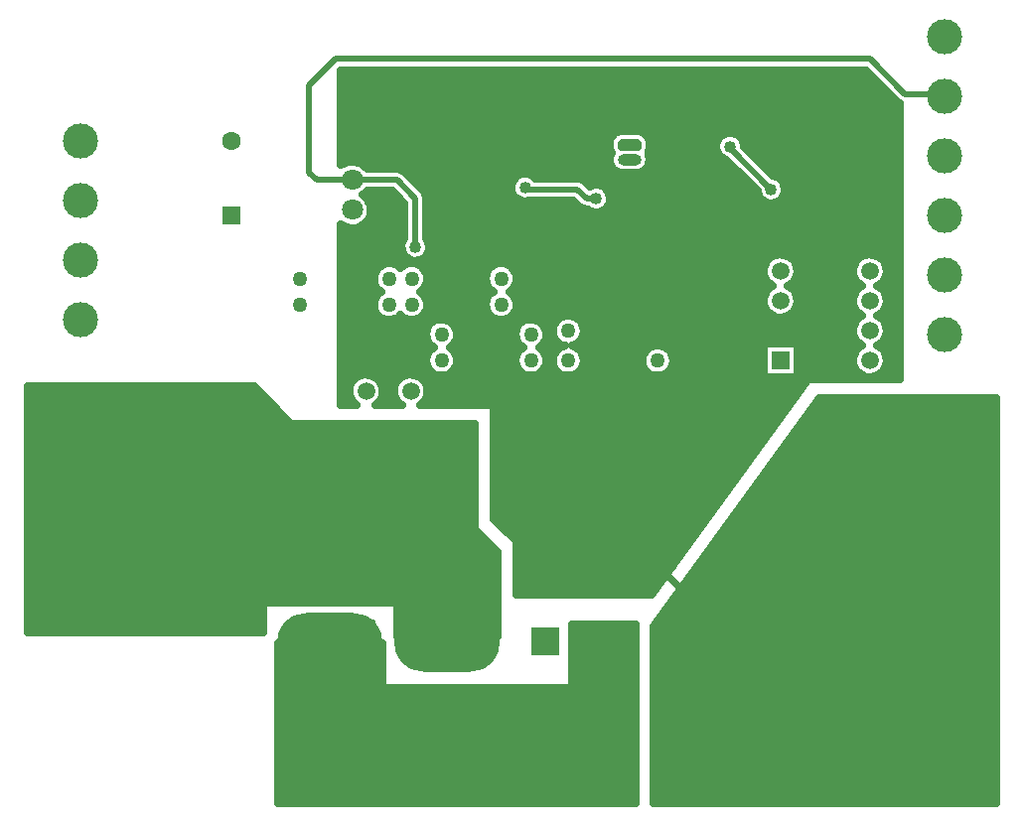
<source format=gbr>
G04 DipTrace 2.3.0.3*
%INBottom.gbr*%
%MOMM*%
%ADD13C,0.5*%
%ADD15C,0.6*%
%ADD18C,0.635*%
%ADD19C,1.5*%
%ADD20O,9.0X5.0*%
%ADD21R,2.4X2.4*%
%ADD22C,2.4*%
%ADD28C,1.27*%
%ADD29C,1.27*%
%ADD30C,3.0*%
%ADD31R,1.5X1.5*%
%ADD32C,1.5*%
%ADD36R,1.8X1.8*%
%ADD37C,1.8*%
%ADD38C,1.6*%
%ADD39R,1.6X1.6*%
%ADD40O,2.0X1.0*%
%ADD41C,20.0*%
%ADD42C,1.016*%
%FSLAX53Y53*%
G04*
G71*
G90*
G75*
G01*
%LNBottom*%
%LPD*%
X8255Y35401D2*
D13*
Y39529D1*
X6667Y41116D1*
X2857D1*
X-159D1*
X-794Y41751D1*
Y49213D1*
X1429Y51435D1*
X46990D1*
X50006Y48419D1*
X53181D1*
X53340Y48260D1*
X5950Y23100D2*
D15*
Y25400D1*
X8255D1*
X10160Y23495D1*
X13970D1*
X16192Y21273D1*
Y15240D1*
X19367D1*
Y7938D1*
X20638Y6668D1*
X23495D1*
X25082D1*
Y13335D1*
X27305Y15558D1*
Y19050D1*
Y21273D1*
X7620Y25400D2*
X6668D1*
X6033Y24765D1*
Y23183D1*
X5950Y23100D1*
X30260Y1750D2*
X32385D1*
Y4763D1*
X28258Y8890D1*
X25082D1*
Y6668D1*
X16192Y18097D2*
Y21273D1*
X23495Y22543D2*
X26035D1*
X27305Y21273D1*
X28893Y28258D2*
X27940D1*
X26987Y27305D1*
Y21590D1*
X27305Y21273D1*
X37465Y28258D2*
X28893D1*
X26511Y41592D2*
X25876D1*
X30321Y37148D1*
Y35719D1*
X28893Y34290D1*
Y28258D1*
X43180Y42862D2*
X44768D1*
X32544Y30639D1*
X28893Y34290D1*
X43180Y42862D2*
Y49689D1*
X20479D1*
X2857Y43656D2*
X7461D1*
X13653Y37465D1*
X26511D1*
Y41592D1*
X35084Y43974D2*
D13*
Y43815D1*
X38576Y40322D1*
X23654Y39529D2*
X22860D1*
X22066Y40322D1*
X17780D1*
X17621Y40481D1*
D42*
X19367Y15240D3*
X27305Y15558D3*
X23495Y6668D3*
X25082D3*
X27305Y21273D3*
Y19050D3*
X16192Y18097D3*
X7620Y25400D3*
X23495Y22543D3*
X43180Y42862D3*
X30321Y37148D3*
X20479Y49689D3*
X35084Y43974D3*
X38576Y40322D3*
X23654Y39529D3*
X17621Y40481D3*
X8255Y35401D3*
X8890Y0D3*
X10160D3*
X11430D3*
X12700D3*
X14605Y1905D3*
X6985D3*
X8890Y3175D3*
X10160D3*
X11430D3*
X12700D3*
X4445Y1905D3*
X3175Y3175D3*
X1905D3*
X635D3*
X-635D3*
X-1905D3*
X3175Y0D3*
X1905D3*
X635D3*
X-635D3*
X-1905D3*
X-2540Y1905D3*
X4445Y635D3*
X-2540D3*
X7620D3*
X13970D3*
Y3175D3*
X7620D3*
X4445D3*
X-14605Y18732D3*
X-12700Y18415D3*
X-16510D3*
X-8572Y12700D3*
X-14605Y6668D3*
X-20638Y12700D3*
X-12700Y6985D3*
X-16510D3*
X-8890Y10795D3*
Y14605D3*
X-20320D3*
Y10795D3*
X-18097Y17621D3*
X-19367Y16351D3*
X-11112Y17621D3*
X-9842Y16351D3*
X-19367Y9049D3*
X-18097Y7779D3*
X-11112D3*
X-9842Y9049D3*
X47625Y18732D3*
X49530Y18415D3*
X45720D3*
X53658Y12700D3*
X47625Y6668D3*
X41592Y12700D3*
X49530Y6985D3*
X45720D3*
X53340Y10795D3*
Y14605D3*
X41910D3*
Y10795D3*
X44133Y17621D3*
X42862Y16351D3*
X51117Y17621D3*
X52388Y16351D3*
X42862Y9049D3*
X44133Y7779D3*
X51117D3*
X52388Y9049D3*
X29210Y-635D3*
X30480D3*
X31750D3*
X33020D3*
Y635D3*
Y1905D3*
Y3175D3*
Y4445D3*
X26670Y-635D3*
X25400D3*
X24130D3*
X22860D3*
Y635D3*
Y1905D3*
X31750Y4445D3*
X30480D3*
X-24702Y22863D2*
D18*
X-4960D1*
X-24702Y22232D2*
X-4325D1*
X-24702Y21600D2*
X-3700D1*
X-24702Y20968D2*
X-3065D1*
X-24702Y20337D2*
X-2430D1*
X-24702Y19705D2*
X13276D1*
X-24702Y19073D2*
X13276D1*
X-24702Y18442D2*
X13276D1*
X-24702Y17810D2*
X13276D1*
X-24702Y17178D2*
X13276D1*
X-24702Y16547D2*
X13276D1*
X-24702Y15915D2*
X13276D1*
X-24702Y15283D2*
X13276D1*
X-24702Y14652D2*
X13276D1*
X-24702Y14020D2*
X13276D1*
X-24702Y13388D2*
X13276D1*
X-24702Y12757D2*
X13276D1*
X-24702Y12125D2*
X13276D1*
X-24702Y11493D2*
X13276D1*
X-24702Y10862D2*
X13713D1*
X-24702Y10230D2*
X14338D1*
X-24702Y9598D2*
X14973D1*
X-24702Y8967D2*
X15177D1*
X-24702Y8335D2*
X15177D1*
X-24702Y7703D2*
X15177D1*
X-24702Y7072D2*
X15177D1*
X-24702Y6440D2*
X15177D1*
X-24702Y5808D2*
X15177D1*
X-24702Y5177D2*
X15177D1*
X-24702Y4545D2*
X-4821D1*
X6726D2*
X15177D1*
X-24702Y3913D2*
X-4821D1*
X6726D2*
X15177D1*
X-24702Y3282D2*
X-4821D1*
X6726D2*
X15177D1*
X-24702Y2650D2*
X-4821D1*
X6726D2*
X15177D1*
X-4763Y2857D2*
Y4753D1*
X-4734Y4895D1*
X-4490Y5077D1*
X6350Y5080D1*
X6618Y4925D1*
X6668Y4763D1*
Y2222D1*
X15240D1*
Y9396D1*
X13425Y11215D1*
X13335Y11430D1*
Y20320D1*
X-2231Y20325D1*
X-2447Y20413D1*
X-5527Y23493D1*
X-24765Y23495D1*
Y2540D1*
X-4763D1*
Y2857D1*
X21649Y2543D2*
X26924D1*
X21649Y1912D2*
X26924D1*
X-3429Y1280D2*
X5339D1*
X21649D2*
X26924D1*
X-3429Y648D2*
X5339D1*
X21649D2*
X26924D1*
X-3429Y17D2*
X5339D1*
X21649D2*
X26924D1*
X-3429Y-615D2*
X5339D1*
X21649D2*
X26924D1*
X-3429Y-1247D2*
X5339D1*
X21649D2*
X26924D1*
X-3429Y-1878D2*
X5339D1*
X21649D2*
X26924D1*
X-3429Y-2510D2*
X26924D1*
X-3429Y-3142D2*
X26924D1*
X-3429Y-3773D2*
X26924D1*
X-3429Y-4405D2*
X26924D1*
X-3429Y-5037D2*
X26924D1*
X-3429Y-5668D2*
X26924D1*
X-3429Y-6300D2*
X26924D1*
X-3429Y-6932D2*
X26924D1*
X-3429Y-7563D2*
X26924D1*
X-3429Y-8195D2*
X26924D1*
X-3429Y-8827D2*
X26924D1*
X-3429Y-9458D2*
X26924D1*
X-3429Y-10090D2*
X26924D1*
X-3429Y-10722D2*
X26924D1*
X-3429Y-11353D2*
X26924D1*
X-3429Y-11985D2*
X26924D1*
X5398Y-1587D2*
Y1587D1*
X-3492D1*
Y-12065D1*
X26987D1*
Y3175D1*
X21590D1*
Y-1905D1*
X21435Y-2173D1*
X21273Y-2222D1*
X5715D1*
X5447Y-2067D1*
X5398Y-1905D1*
Y-1587D1*
X42316Y21911D2*
X57721D1*
X41849Y21279D2*
X57721D1*
X41393Y20648D2*
X57721D1*
X40937Y20016D2*
X57721D1*
X40480Y19384D2*
X57721D1*
X40024Y18753D2*
X57721D1*
X39558Y18121D2*
X57721D1*
X39101Y17489D2*
X57721D1*
X38645Y16857D2*
X57721D1*
X38188Y16226D2*
X57721D1*
X37722Y15594D2*
X57721D1*
X37266Y14962D2*
X57721D1*
X36809Y14331D2*
X57721D1*
X36353Y13699D2*
X57721D1*
X35896Y13067D2*
X57721D1*
X35430Y12436D2*
X57721D1*
X34974Y11804D2*
X57721D1*
X34517Y11173D2*
X57721D1*
X34061Y10541D2*
X57721D1*
X33604Y9909D2*
X57721D1*
X33138Y9278D2*
X57721D1*
X32682Y8646D2*
X57721D1*
X32225Y8014D2*
X57721D1*
X31769Y7383D2*
X57721D1*
X31312Y6751D2*
X57721D1*
X30846Y6119D2*
X57721D1*
X30390Y5487D2*
X57721D1*
X29933Y4856D2*
X57721D1*
X29477Y4224D2*
X57721D1*
X29020Y3592D2*
X57721D1*
X28639Y2961D2*
X57721D1*
X28639Y2329D2*
X57721D1*
X28639Y1697D2*
X57721D1*
X28639Y1066D2*
X57721D1*
X28639Y434D2*
X57721D1*
X28639Y-197D2*
X57721D1*
X28639Y-829D2*
X57721D1*
X28639Y-1461D2*
X57721D1*
X28639Y-2092D2*
X57721D1*
X28639Y-2724D2*
X57721D1*
X28639Y-3356D2*
X57721D1*
X28639Y-3987D2*
X57721D1*
X28639Y-4619D2*
X57721D1*
X28639Y-5251D2*
X57721D1*
X28639Y-5883D2*
X57721D1*
X28639Y-6514D2*
X57721D1*
X28639Y-7146D2*
X57721D1*
X28639Y-7778D2*
X57721D1*
X28639Y-8409D2*
X57721D1*
X28639Y-9041D2*
X57721D1*
X28639Y-9673D2*
X57721D1*
X28639Y-10304D2*
X57721D1*
X28639Y-10936D2*
X57721D1*
X28639Y-11567D2*
X57721D1*
X42703Y22537D2*
X28575Y3072D1*
Y-12065D1*
X57785D1*
Y22543D1*
X42714D1*
X1968Y49851D2*
X47209D1*
X1968Y49219D2*
X47834D1*
X1968Y48587D2*
X48469D1*
X1968Y47956D2*
X49104D1*
X1968Y47324D2*
X49471D1*
X1968Y46692D2*
X49471D1*
X1968Y46061D2*
X49471D1*
X1968Y45429D2*
X49471D1*
X1968Y44798D2*
X24915D1*
X28108D2*
X34172D1*
X35996D2*
X49471D1*
X1968Y44166D2*
X24776D1*
X28247D2*
X33854D1*
X36313D2*
X49471D1*
X1968Y43534D2*
X24875D1*
X28147D2*
X33924D1*
X36730D2*
X49471D1*
X1968Y42903D2*
X24776D1*
X28247D2*
X34519D1*
X37365D2*
X49471D1*
X3988Y42271D2*
X24935D1*
X28088D2*
X35263D1*
X38000D2*
X49471D1*
X7510Y41639D2*
X17325D1*
X17918D2*
X35888D1*
X38625D2*
X49471D1*
X8145Y41008D2*
X16501D1*
X22750D2*
X36523D1*
X39597D2*
X49471D1*
X8780Y40376D2*
X16382D1*
X24536D2*
X37158D1*
X39816D2*
X49471D1*
X3978Y39744D2*
X6668D1*
X9216D2*
X16640D1*
X24873D2*
X37486D1*
X39667D2*
X49471D1*
X4394Y39112D2*
X7274D1*
X9236D2*
X21909D1*
X24824D2*
X49471D1*
X4494Y38481D2*
X7274D1*
X9236D2*
X23049D1*
X24258D2*
X49471D1*
X4315Y37849D2*
X7274D1*
X9236D2*
X49471D1*
X3710Y37217D2*
X7274D1*
X9236D2*
X49471D1*
X1968Y36586D2*
X7274D1*
X9236D2*
X49471D1*
X1968Y35954D2*
X7145D1*
X9365D2*
X49471D1*
X1968Y35322D2*
X7016D1*
X9494D2*
X49471D1*
X1968Y34691D2*
X7244D1*
X9266D2*
X38865D1*
X39875D2*
X46485D1*
X47495D2*
X49471D1*
X1968Y34059D2*
X38081D1*
X40659D2*
X45701D1*
X48279D2*
X49471D1*
X1968Y33428D2*
X4883D1*
X9087D2*
X14408D1*
X16707D2*
X37883D1*
X40857D2*
X45503D1*
X48477D2*
X49471D1*
X1968Y32796D2*
X4664D1*
X9306D2*
X14189D1*
X16926D2*
X37992D1*
X40748D2*
X45612D1*
X48368D2*
X49471D1*
X1968Y32164D2*
X4773D1*
X9197D2*
X14298D1*
X16817D2*
X38498D1*
X40242D2*
X46118D1*
X47862D2*
X49471D1*
X1968Y31533D2*
X5190D1*
X8780D2*
X14715D1*
X16400D2*
X38091D1*
X40649D2*
X45711D1*
X48269D2*
X49471D1*
X1968Y30901D2*
X4734D1*
X9236D2*
X14259D1*
X16856D2*
X37893D1*
X40847D2*
X45513D1*
X48467D2*
X49471D1*
X1968Y30269D2*
X4674D1*
X9296D2*
X14199D1*
X16916D2*
X37982D1*
X40758D2*
X45602D1*
X48378D2*
X49471D1*
X1968Y29638D2*
X4972D1*
X8998D2*
X14497D1*
X16618D2*
X38488D1*
X40252D2*
X46108D1*
X47872D2*
X49471D1*
X1968Y29006D2*
X9655D1*
X11300D2*
X17275D1*
X18920D2*
X20132D1*
X22413D2*
X45721D1*
X48259D2*
X49471D1*
X1968Y28374D2*
X9179D1*
X11776D2*
X16799D1*
X19396D2*
X19904D1*
X22641D2*
X45513D1*
X48467D2*
X49471D1*
X1968Y27742D2*
X9119D1*
X11836D2*
X16739D1*
X19456D2*
X20004D1*
X22542D2*
X45602D1*
X48378D2*
X49471D1*
X1968Y27111D2*
X9407D1*
X11548D2*
X17027D1*
X19168D2*
X20579D1*
X21966D2*
X37883D1*
X40857D2*
X46088D1*
X47892D2*
X49471D1*
X1968Y26479D2*
X9347D1*
X11608D2*
X16967D1*
X19228D2*
X20142D1*
X22403D2*
X27762D1*
X30023D2*
X37883D1*
X40857D2*
X45721D1*
X48259D2*
X49471D1*
X1968Y25847D2*
X9109D1*
X11846D2*
X16729D1*
X19466D2*
X19911D1*
X22641D2*
X27524D1*
X30261D2*
X37883D1*
X40857D2*
X45513D1*
X48467D2*
X49471D1*
X1968Y25216D2*
X9208D1*
X11746D2*
X16828D1*
X19366D2*
X20004D1*
X22542D2*
X27624D1*
X30162D2*
X37883D1*
X40857D2*
X45592D1*
X48388D2*
X49471D1*
X1968Y24584D2*
X9764D1*
X11191D2*
X17384D1*
X18811D2*
X20559D1*
X21986D2*
X28179D1*
X29606D2*
X37883D1*
X40857D2*
X46068D1*
X47912D2*
X49471D1*
X1968Y23952D2*
X2839D1*
X5238D2*
X6659D1*
X9058D2*
X41554D1*
X1968Y23321D2*
X2571D1*
X5506D2*
X6391D1*
X9326D2*
X41097D1*
X1968Y22689D2*
X2610D1*
X5466D2*
X6430D1*
X9286D2*
X40641D1*
X1968Y22058D2*
X3007D1*
X5069D2*
X6827D1*
X8889D2*
X40185D1*
X14981Y21426D2*
X39728D1*
X14981Y20794D2*
X39272D1*
X14981Y20163D2*
X38815D1*
X14981Y19531D2*
X38349D1*
X14981Y18899D2*
X37893D1*
X14981Y18268D2*
X37436D1*
X14981Y17636D2*
X36980D1*
X14981Y17004D2*
X36523D1*
X14981Y16372D2*
X36067D1*
X14981Y15741D2*
X35611D1*
X14981Y15109D2*
X35154D1*
X14981Y14477D2*
X34698D1*
X14981Y13846D2*
X34241D1*
X14981Y13214D2*
X33775D1*
X14981Y12582D2*
X33319D1*
X15229Y11951D2*
X32862D1*
X15864Y11319D2*
X32406D1*
X16499Y10688D2*
X31949D1*
X16886Y10056D2*
X31493D1*
X16886Y9424D2*
X31037D1*
X16886Y8793D2*
X30580D1*
X16886Y8161D2*
X30124D1*
X16886Y7529D2*
X29667D1*
X16886Y6898D2*
X29201D1*
X16886Y6266D2*
X28745D1*
X5428Y22785D2*
X5324Y22486D1*
X5156Y22217D1*
X4933Y21992D1*
X4807Y21912D1*
X7094Y21908D1*
X6987Y21976D1*
X6760Y22197D1*
X6588Y22463D1*
X6478Y22761D1*
X6437Y23075D1*
X6467Y23390D1*
X6566Y23691D1*
X6729Y23963D1*
X6948Y24192D1*
X7212Y24367D1*
X7508Y24479D1*
X7822Y24522D1*
X8138Y24495D1*
X8440Y24399D1*
X8713Y24239D1*
X8944Y24022D1*
X9121Y23759D1*
X9236Y23464D1*
X9283Y23100D1*
X9248Y22785D1*
X9144Y22486D1*
X8976Y22217D1*
X8753Y21992D1*
X8627Y21912D1*
X14605Y21908D1*
X14873Y21752D1*
X14923Y21590D1*
Y12194D1*
X16737Y10375D1*
X16827Y10160D1*
Y5715D1*
X28406D1*
X32042Y10727D1*
X41661Y24003D1*
X41865Y24127D1*
X49530Y24130D1*
Y47635D1*
X49354Y47766D1*
X46639Y50481D1*
X1905Y50482D1*
Y42376D1*
X2140Y42516D1*
X2436Y42632D1*
X2748Y42685D1*
X3065Y42675D1*
X3373Y42602D1*
X3661Y42469D1*
X3915Y42280D1*
X4132Y42036D1*
X6667Y42039D1*
X6979Y41985D1*
X7290Y41798D1*
X8908Y40181D1*
X9089Y39923D1*
X9177Y39571D1*
X9178Y36145D1*
X9357Y35826D1*
X9436Y35401D1*
X9393Y35088D1*
X9269Y34796D1*
X9072Y34549D1*
X8816Y34362D1*
X8520Y34251D1*
X8205Y34221D1*
X7893Y34277D1*
X7608Y34414D1*
X7369Y34621D1*
X7193Y34884D1*
X7094Y35185D1*
X7078Y35501D1*
X7147Y35810D1*
X7330Y36126D1*
X7332Y39142D1*
X6290Y40188D1*
X4137Y40193D1*
X3945Y39980D1*
X3781Y39852D1*
X3915Y39740D1*
X4127Y39504D1*
X4288Y39231D1*
X4390Y38931D1*
X4430Y38576D1*
X4398Y38261D1*
X4304Y37958D1*
X4151Y37681D1*
X3945Y37440D1*
X3695Y37245D1*
X3411Y37104D1*
X3105Y37023D1*
X2788Y37005D1*
X2475Y37051D1*
X2177Y37158D1*
X1899Y37331D1*
X1905Y33020D1*
Y21908D1*
X3264D1*
X2940Y22197D1*
X2768Y22463D1*
X2658Y22761D1*
X2617Y23075D1*
X2647Y23390D1*
X2746Y23691D1*
X2909Y23963D1*
X3128Y24192D1*
X3392Y24367D1*
X3688Y24479D1*
X4002Y24522D1*
X4318Y24495D1*
X4620Y24399D1*
X4893Y24239D1*
X5124Y24022D1*
X5301Y23759D1*
X5416Y23464D1*
X5463Y23100D1*
X5428Y22785D1*
X30162Y25403D2*
X30049Y25107D1*
X29869Y24847D1*
X29631Y24638D1*
X29350Y24492D1*
X29042Y24418D1*
X28725Y24420D1*
X28418Y24499D1*
X28139Y24649D1*
X27904Y24861D1*
X27727Y25124D1*
X27619Y25421D1*
X27585Y25736D1*
X27628Y26050D1*
X27745Y26344D1*
X27929Y26602D1*
X28170Y26808D1*
X28453Y26949D1*
X28762Y27019D1*
X29079Y27012D1*
X29384Y26929D1*
X29661Y26776D1*
X29893Y26560D1*
X30066Y26295D1*
X30170Y25996D1*
X30200Y25717D1*
X30162Y25403D1*
X22542D2*
X22429Y25107D1*
X22249Y24847D1*
X22011Y24638D1*
X21730Y24492D1*
X21422Y24418D1*
X21105Y24420D1*
X20798Y24499D1*
X20519Y24649D1*
X20284Y24861D1*
X20107Y25124D1*
X19999Y25421D1*
X19965Y25736D1*
X20008Y26050D1*
X20125Y26344D1*
X20309Y26602D1*
X20550Y26808D1*
X20833Y26949D1*
X20978Y26982D1*
X20798Y27039D1*
X20519Y27188D1*
X20284Y27401D1*
X20107Y27664D1*
X19999Y27961D1*
X19965Y28276D1*
X20008Y28590D1*
X20125Y28884D1*
X20309Y29142D1*
X20550Y29348D1*
X20833Y29489D1*
X21142Y29559D1*
X21459Y29552D1*
X21764Y29469D1*
X22041Y29316D1*
X22273Y29100D1*
X22446Y28835D1*
X22550Y28536D1*
X22580Y28258D1*
X22542Y27943D1*
X22429Y27647D1*
X22249Y27387D1*
X22011Y27178D1*
X21730Y27032D1*
X21566Y26993D1*
X21764Y26929D1*
X22041Y26776D1*
X22273Y26560D1*
X22446Y26295D1*
X22550Y25996D1*
X22580Y25717D1*
X22542Y25403D1*
X19367D2*
X19254Y25107D1*
X19074Y24847D1*
X18836Y24638D1*
X18555Y24492D1*
X18247Y24418D1*
X17930Y24420D1*
X17623Y24499D1*
X17344Y24649D1*
X17109Y24861D1*
X16932Y25124D1*
X16824Y25421D1*
X16790Y25736D1*
X16833Y26050D1*
X16950Y26344D1*
X17134Y26602D1*
X17419Y26830D1*
X17109Y27083D1*
X16932Y27346D1*
X16824Y27644D1*
X16790Y27959D1*
X16833Y28272D1*
X16950Y28567D1*
X17134Y28824D1*
X17375Y29030D1*
X17658Y29172D1*
X17967Y29241D1*
X18284Y29235D1*
X18589Y29152D1*
X18866Y28998D1*
X19098Y28782D1*
X19271Y28517D1*
X19375Y28218D1*
X19405Y27940D1*
X19367Y27626D1*
X19254Y27330D1*
X19074Y27069D1*
X18774Y26828D1*
X18866Y26776D1*
X19098Y26560D1*
X19271Y26295D1*
X19375Y25996D1*
X19405Y25717D1*
X19367Y25403D1*
X11747D2*
X11634Y25107D1*
X11454Y24847D1*
X11216Y24638D1*
X10935Y24492D1*
X10627Y24418D1*
X10310Y24420D1*
X10003Y24499D1*
X9724Y24649D1*
X9489Y24861D1*
X9312Y25124D1*
X9204Y25421D1*
X9170Y25736D1*
X9213Y26050D1*
X9330Y26344D1*
X9514Y26602D1*
X9799Y26830D1*
X9489Y27083D1*
X9312Y27346D1*
X9204Y27644D1*
X9170Y27959D1*
X9213Y28272D1*
X9330Y28567D1*
X9514Y28824D1*
X9755Y29030D1*
X10038Y29172D1*
X10347Y29241D1*
X10664Y29235D1*
X10969Y29152D1*
X11246Y28998D1*
X11478Y28782D1*
X11651Y28517D1*
X11755Y28218D1*
X11785Y27940D1*
X11747Y27626D1*
X11634Y27330D1*
X11454Y27069D1*
X11154Y26828D1*
X11246Y26776D1*
X11478Y26560D1*
X11651Y26295D1*
X11755Y25996D1*
X11785Y25717D1*
X11747Y25403D1*
X16827Y32388D2*
X16714Y32092D1*
X16534Y31832D1*
X16234Y31591D1*
X16326Y31538D1*
X16558Y31322D1*
X16731Y31057D1*
X16835Y30758D1*
X16865Y30480D1*
X16827Y30166D1*
X16714Y29870D1*
X16534Y29610D1*
X16296Y29400D1*
X16015Y29255D1*
X15707Y29181D1*
X15390Y29183D1*
X15083Y29261D1*
X14804Y29411D1*
X14569Y29623D1*
X14392Y29886D1*
X14284Y30184D1*
X14250Y30499D1*
X14293Y30812D1*
X14410Y31107D1*
X14594Y31364D1*
X14879Y31592D1*
X14569Y31846D1*
X14392Y32109D1*
X14284Y32406D1*
X14250Y32721D1*
X14293Y33035D1*
X14410Y33329D1*
X14594Y33587D1*
X14835Y33793D1*
X15118Y33934D1*
X15427Y34004D1*
X15744Y33997D1*
X16049Y33914D1*
X16326Y33761D1*
X16558Y33545D1*
X16731Y33280D1*
X16835Y32981D1*
X16865Y32702D1*
X16827Y32388D1*
X9207D2*
X9094Y32092D1*
X8914Y31832D1*
X8614Y31591D1*
X8706Y31538D1*
X8938Y31322D1*
X9111Y31057D1*
X9215Y30758D1*
X9245Y30480D1*
X9207Y30166D1*
X9094Y29870D1*
X8914Y29610D1*
X8676Y29400D1*
X8395Y29255D1*
X8087Y29181D1*
X7770Y29183D1*
X7463Y29261D1*
X7184Y29411D1*
X6986Y29590D1*
X6771Y29400D1*
X6490Y29255D1*
X6182Y29181D1*
X5865Y29183D1*
X5558Y29261D1*
X5279Y29411D1*
X5044Y29623D1*
X4867Y29886D1*
X4759Y30184D1*
X4725Y30499D1*
X4768Y30812D1*
X4885Y31107D1*
X5069Y31364D1*
X5354Y31592D1*
X5044Y31846D1*
X4867Y32109D1*
X4759Y32406D1*
X4725Y32721D1*
X4768Y33035D1*
X4885Y33329D1*
X5069Y33587D1*
X5310Y33793D1*
X5593Y33934D1*
X5902Y34004D1*
X6219Y33997D1*
X6524Y33914D1*
X6801Y33761D1*
X6982Y33592D1*
X7215Y33793D1*
X7498Y33934D1*
X7807Y34004D1*
X8124Y33997D1*
X8429Y33914D1*
X8706Y33761D1*
X8938Y33545D1*
X9111Y33280D1*
X9215Y32981D1*
X9245Y32702D1*
X9207Y32388D1*
X38265Y27140D2*
X40793D1*
Y24295D1*
X37947D1*
Y27140D1*
X38265D1*
X40758Y30483D2*
X40654Y30183D1*
X40486Y29915D1*
X40263Y29690D1*
X39995Y29519D1*
X39697Y29413D1*
X39383Y29375D1*
X39067Y29407D1*
X38767Y29509D1*
X38497Y29674D1*
X38270Y29895D1*
X38098Y30161D1*
X37988Y30458D1*
X37947Y30772D1*
X37977Y31088D1*
X38076Y31389D1*
X38239Y31661D1*
X38458Y31889D1*
X38731Y32068D1*
X38497Y32214D1*
X38270Y32435D1*
X38098Y32701D1*
X37988Y32998D1*
X37947Y33312D1*
X37977Y33628D1*
X38076Y33929D1*
X38239Y34201D1*
X38458Y34429D1*
X38722Y34604D1*
X39018Y34716D1*
X39332Y34760D1*
X39648Y34733D1*
X39950Y34637D1*
X40223Y34476D1*
X40454Y34259D1*
X40631Y33997D1*
X40746Y33701D1*
X40793Y33337D1*
X40758Y33023D1*
X40654Y32723D1*
X40486Y32455D1*
X40263Y32230D1*
X40004Y32065D1*
X40223Y31936D1*
X40454Y31719D1*
X40631Y31457D1*
X40746Y31161D1*
X40793Y30798D1*
X40758Y30483D1*
X48378Y33023D2*
X48274Y32723D1*
X48106Y32455D1*
X47883Y32230D1*
X47624Y32065D1*
X47843Y31936D1*
X48074Y31719D1*
X48251Y31457D1*
X48366Y31161D1*
X48413Y30798D1*
X48378Y30483D1*
X48274Y30183D1*
X48106Y29915D1*
X47883Y29690D1*
X47624Y29525D1*
X47843Y29396D1*
X48074Y29179D1*
X48251Y28917D1*
X48366Y28621D1*
X48413Y28258D1*
X48378Y27943D1*
X48274Y27643D1*
X48106Y27375D1*
X47883Y27150D1*
X47624Y26985D1*
X47843Y26856D1*
X48074Y26639D1*
X48251Y26377D1*
X48366Y26081D1*
X48413Y25717D1*
X48378Y25403D1*
X48274Y25103D1*
X48106Y24835D1*
X47883Y24610D1*
X47615Y24439D1*
X47317Y24333D1*
X47003Y24295D1*
X46687Y24327D1*
X46387Y24429D1*
X46117Y24594D1*
X45890Y24815D1*
X45718Y25081D1*
X45608Y25378D1*
X45567Y25692D1*
X45597Y26008D1*
X45696Y26309D1*
X45859Y26581D1*
X46078Y26809D1*
X46351Y26988D1*
X46117Y27134D1*
X45890Y27355D1*
X45718Y27621D1*
X45608Y27918D1*
X45567Y28232D1*
X45597Y28548D1*
X45696Y28849D1*
X45859Y29121D1*
X46078Y29350D1*
X46351Y29528D1*
X46117Y29674D1*
X45890Y29895D1*
X45718Y30161D1*
X45608Y30458D1*
X45567Y30772D1*
X45597Y31088D1*
X45696Y31389D1*
X45859Y31661D1*
X46078Y31889D1*
X46351Y32068D1*
X46117Y32214D1*
X45890Y32435D1*
X45718Y32701D1*
X45608Y32998D1*
X45567Y33312D1*
X45597Y33628D1*
X45696Y33929D1*
X45859Y34201D1*
X46078Y34429D1*
X46342Y34604D1*
X46638Y34716D1*
X46952Y34760D1*
X47268Y34733D1*
X47570Y34637D1*
X47843Y34476D1*
X48074Y34259D1*
X48251Y33997D1*
X48366Y33701D1*
X48413Y33337D1*
X48378Y33023D1*
X27904Y44942D2*
X28121Y44666D1*
X28184Y44383D1*
Y43883D1*
X28114Y43586D1*
X28122Y43240D1*
X28184Y42862D1*
X28141Y42549D1*
X28016Y42258D1*
X27818Y42011D1*
X27561Y41827D1*
X27264Y41717D1*
X27011Y41690D1*
X26011Y41700D1*
X25949Y41691D1*
X25638Y41751D1*
X25354Y41891D1*
X25118Y42102D1*
X24947Y42369D1*
X24854Y42671D1*
X24845Y42987D1*
X24921Y43295D1*
X25003Y43441D1*
X24901Y43599D1*
X24838Y43883D1*
Y44383D1*
X24904Y44673D1*
X25035Y44858D1*
X25285Y45108D1*
X25478Y45243D1*
X25761Y45305D1*
X27261D1*
X27552Y45240D1*
X27737Y45108D1*
X27904Y44942D1*
X34751Y42844D2*
X34436Y42986D1*
X34197Y43193D1*
X34022Y43457D1*
X33923Y43758D1*
X33907Y44074D1*
X33976Y44383D1*
X34124Y44662D1*
X34342Y44892D1*
X34612Y45057D1*
X34917Y45143D1*
X35233Y45145D1*
X35539Y45063D1*
X35812Y44903D1*
X36033Y44676D1*
X36185Y44399D1*
X36265Y43974D1*
X36261Y43944D1*
X38726Y41494D1*
X39032Y41412D1*
X39305Y41252D1*
X39526Y41025D1*
X39678Y40748D1*
X39757Y40322D1*
X39715Y40009D1*
X39591Y39718D1*
X39393Y39470D1*
X39138Y39284D1*
X38841Y39172D1*
X38526Y39143D1*
X38215Y39198D1*
X37929Y39335D1*
X37690Y39542D1*
X37514Y39806D1*
X37412Y40175D1*
X34760Y42834D1*
X24792Y39215D2*
X24668Y38924D1*
X24471Y38676D1*
X24215Y38490D1*
X23919Y38378D1*
X23604Y38349D1*
X23292Y38405D1*
X23006Y38541D1*
X22924Y38612D1*
X22549Y38660D1*
X22238Y38847D1*
X21681Y39402D1*
X18088Y39400D1*
X17886Y39331D1*
X17571Y39301D1*
X17260Y39357D1*
X16974Y39494D1*
X16735Y39701D1*
X16559Y39964D1*
X16460Y40265D1*
X16445Y40581D1*
X16513Y40890D1*
X16662Y41170D1*
X16879Y41400D1*
X17150Y41564D1*
X17454Y41650D1*
X17771Y41653D1*
X18077Y41571D1*
X18350Y41411D1*
X18508Y41248D1*
X22066Y41245D1*
X22378Y41191D1*
X22689Y41004D1*
X23119Y40575D1*
X23487Y40698D1*
X23803Y40700D1*
X24109Y40618D1*
X24382Y40458D1*
X24603Y40231D1*
X24755Y39954D1*
X24835Y39529D1*
X24792Y39215D1*
D19*
X5950Y23100D3*
X4040D3*
X7860D3*
D20*
X10950Y1700D3*
X950D3*
D21*
X19360Y1750D3*
D22*
X24810D3*
X30260D3*
D28*
X28892Y25717D3*
D29*
X21273D3*
D28*
X18097D3*
D29*
X10478D3*
D28*
X21273Y28258D3*
D29*
X28892D3*
D28*
X15557Y32702D3*
D29*
X7938D3*
D28*
X15557Y30480D3*
D29*
X7938D3*
D28*
X6032D3*
D29*
X-1587D3*
D28*
X6032Y32702D3*
D29*
X-1587D3*
D28*
X18097Y27940D3*
D29*
X10478D3*
D30*
X53340Y33020D3*
Y27940D3*
D31*
X39370Y25718D3*
D32*
Y28258D3*
Y30798D3*
Y33337D3*
X46990D3*
Y30798D3*
Y28258D3*
Y25718D3*
D36*
X2858Y43656D3*
D37*
Y38576D3*
Y41116D3*
D38*
X-7461Y44450D3*
D39*
Y38100D3*
G36*
X27261Y44632D2*
X27511Y44382D1*
Y43882D1*
X27261Y43632D1*
X25761D1*
X25511Y43882D1*
Y44382D1*
X25761Y44632D1*
X27261D1*
G37*
D40*
X26511Y42862D3*
Y41592D3*
D30*
X53340Y38100D3*
Y43180D3*
Y48260D3*
Y53340D3*
X-20320Y29210D3*
Y34290D3*
D41*
X-14605Y12700D3*
X47625D3*
D30*
X-20320Y39370D3*
Y44450D3*
M02*

</source>
